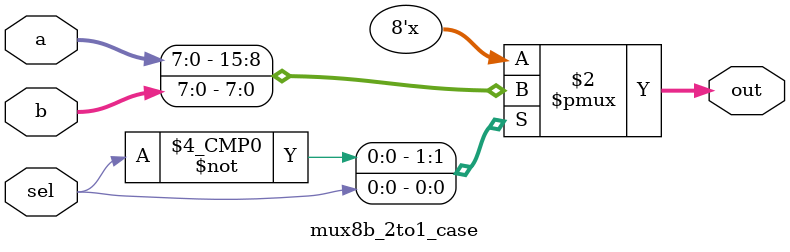
<source format=v>
`timescale 1ns / 1ps



module mux8b_2to1_case(a, b, sel, out);
    input [7:0] a, b;
    input sel;
    output [7:0] out;
    reg [7:0] out;
    
    always@(a, b, sel) begin
        case(sel)
            1'b0: out = a;
            1'b1: out = b;
        endcase
    end
endmodule

</source>
